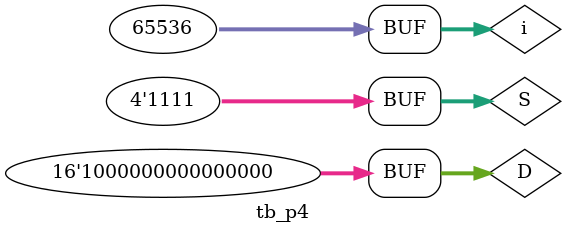
<source format=v>
module tb_p4();
  reg[15:0] D;
  reg[3:0] S;
  wire Z;
  integer i;
  p4 UUT(Z, D, S);
  initial
  begin
    #10 $monitor(" D = %b", D, " , S = %b", S, " , Z = ", Z);
    for( i = 1; i <= 65535; i = i * 2)
    begin
      D = i;
      S = 0; #10;
      S = 1; #10;
      S = 2; #10;
      S = 3; #10;
      S = 4; #10;
      S = 5; #10;
      S = 6; #10;
      S = 7; #10;
      S = 8; #10;
      S = 9; #10;
      S = 10; #10;
      S = 11; #10;
      S = 12; #10;
      S = 13; #10;
      S = 14; #10;
      S = 15; #10;
      $display("-----------------------------------------");
    end
  end
endmodule


</source>
